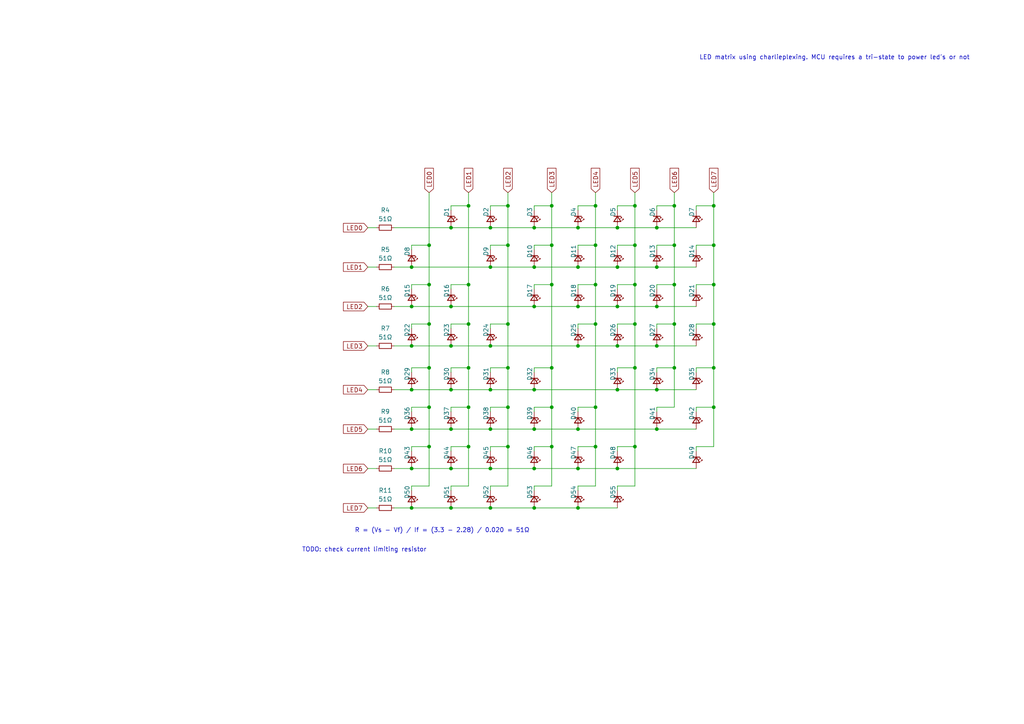
<source format=kicad_sch>
(kicad_sch (version 20231120) (generator "eeschema") (generator_version "8.0")
  (paper "A4")
  (title_block (title "VIRM-STM32") (date "2024-03-24") (rev "1.0") (company "Martijn Casteel"))
  (lib_symbols
    (symbol "Device:LED_Small" (pin_numbers hide) (pin_names (offset 0.254) hide)
      (property "Reference" "D" (at -1.27 3.175 0))
      (property "Value" "LED_Small" (at -4.445 -2.54 0))
      (symbol "LED_Small_0_1"
        (polyline (pts (xy -0.762 -1.016) (xy -0.762 1.016)) (stroke (width 0.254)))
        (polyline (pts (xy 1.016 0) (xy -0.762 0)))
        (polyline (pts (xy 0.762 -1.016) (xy -0.762 0) (xy 0.762 1.016) (xy 0.762 -1.016)) (stroke (width 0.254)))
        (polyline (pts (xy 0 0.762) (xy -0.508 1.27) (xy -0.254 1.27) (xy -0.508 1.27) (xy -0.508 1.016)))
        (polyline (pts (xy 0.508 1.27) (xy 0 1.778) (xy 0.254 1.778) (xy 0 1.778) (xy 0 1.524)))
      )
      (symbol "LED_Small_1_1"
        (pin passive line (at -2.54 0 0) (length 1.778) (name "K") (number "1"))
        (pin passive line (at 2.54 0 180) (length 1.778) (name "A") (number "2"))
      )
    )
    (symbol "Device:R_Small" (pin_numbers hide) (pin_names (offset 0.254) hide)
      (property "Reference" "R" (at 0.762 0.508 0))
      (property "Value" "R_Small" (at 0.762 -1.016 0))
      (symbol "R_Small_0_1"
        (rectangle (start -0.762 1.778) (end 0.762 -1.778) (stroke (width 0.2032)))
      )
      (symbol "R_Small_1_1"
        (pin passive line (at 0 2.54 270) (length 0.762) (name "~") (number "1"))
        (pin passive line (at 0 -2.54 90) (length 0.762) (name "~") (number "2"))
      )
    )
  )
  (junction (at 172.72 129.54))
  (junction (at 207.01 93.98))
  (junction (at 184.15 129.54))
  (junction (at 154.94 147.32))
  (junction (at 124.46 71.12))
  (junction (at 130.81 124.46))
  (junction (at 160.02 82.55))
  (junction (at 124.46 106.68))
  (junction (at 147.32 59.69))
  (junction (at 130.81 100.33))
  (junction (at 119.38 135.89))
  (junction (at 167.64 135.89))
  (junction (at 147.32 129.54))
  (junction (at 119.38 113.03))
  (junction (at 124.46 82.55))
  (junction (at 167.64 66.04))
  (junction (at 154.94 66.04))
  (junction (at 142.24 124.46))
  (junction (at 124.46 129.54))
  (junction (at 119.38 100.33))
  (junction (at 179.07 66.04))
  (junction (at 142.24 77.47))
  (junction (at 147.32 71.12))
  (junction (at 172.72 71.12))
  (junction (at 154.94 113.03))
  (junction (at 130.81 135.89))
  (junction (at 184.15 82.55))
  (junction (at 172.72 118.11))
  (junction (at 135.89 106.68))
  (junction (at 130.81 147.32))
  (junction (at 172.72 93.98))
  (junction (at 135.89 93.98))
  (junction (at 195.58 82.55))
  (junction (at 167.64 100.33))
  (junction (at 160.02 71.12))
  (junction (at 142.24 66.04))
  (junction (at 130.81 113.03))
  (junction (at 195.58 71.12))
  (junction (at 135.89 82.55))
  (junction (at 207.01 106.68))
  (junction (at 190.5 100.33))
  (junction (at 167.64 88.9))
  (junction (at 119.38 147.32))
  (junction (at 124.46 93.98))
  (junction (at 160.02 59.69))
  (junction (at 135.89 129.54))
  (junction (at 160.02 129.54))
  (junction (at 124.46 118.11))
  (junction (at 119.38 88.9))
  (junction (at 167.64 124.46))
  (junction (at 184.15 59.69))
  (junction (at 130.81 66.04))
  (junction (at 184.15 93.98))
  (junction (at 184.15 71.12))
  (junction (at 135.89 59.69))
  (junction (at 154.94 124.46))
  (junction (at 142.24 147.32))
  (junction (at 172.72 82.55))
  (junction (at 207.01 59.69))
  (junction (at 147.32 118.11))
  (junction (at 142.24 135.89))
  (junction (at 179.07 113.03))
  (junction (at 119.38 124.46))
  (junction (at 207.01 82.55))
  (junction (at 147.32 106.68))
  (junction (at 190.5 88.9))
  (junction (at 207.01 118.11))
  (junction (at 142.24 100.33))
  (junction (at 160.02 106.68))
  (junction (at 179.07 100.33))
  (junction (at 179.07 88.9))
  (junction (at 154.94 77.47))
  (junction (at 119.38 77.47))
  (junction (at 154.94 88.9))
  (junction (at 184.15 106.68))
  (junction (at 190.5 113.03))
  (junction (at 160.02 118.11))
  (junction (at 172.72 59.69))
  (junction (at 195.58 93.98))
  (junction (at 147.32 93.98))
  (junction (at 190.5 124.46))
  (junction (at 130.81 88.9))
  (junction (at 135.89 118.11))
  (junction (at 167.64 77.47))
  (junction (at 195.58 106.68))
  (junction (at 207.01 71.12))
  (junction (at 154.94 135.89))
  (junction (at 190.5 66.04))
  (junction (at 179.07 77.47))
  (junction (at 195.58 59.69))
  (junction (at 179.07 135.89))
  (junction (at 142.24 113.03))
  (junction (at 190.5 77.47))
  (junction (at 167.64 147.32))
  (wire (pts (xy 154.94 118.11) (xy 160.02 118.11)))
  (wire (pts (xy 154.94 88.9) (xy 167.64 88.9)))
  (wire (pts (xy 167.64 71.12) (xy 172.72 71.12)))
  (wire (pts (xy 142.24 135.89) (xy 154.94 135.89)))
  (wire (pts (xy 190.5 95.25) (xy 190.5 93.98)))
  (wire (pts (xy 190.5 60.96) (xy 190.5 59.69)))
  (wire (pts (xy 179.07 72.39) (xy 179.07 71.12)))
  (wire (pts (xy 167.64 66.04) (xy 179.07 66.04)))
  (wire (pts (xy 160.02 59.69) (xy 160.02 71.12)))
  (wire (pts (xy 201.93 72.39) (xy 201.93 71.12)))
  (wire (pts (xy 195.58 59.69) (xy 195.58 71.12)))
  (wire (pts (xy 167.64 88.9) (xy 179.07 88.9)))
  (wire (pts (xy 167.64 93.98) (xy 172.72 93.98)))
  (wire (pts (xy 201.93 60.96) (xy 201.93 59.69)))
  (wire (pts (xy 142.24 140.97) (xy 147.32 140.97)))
  (wire (pts (xy 190.5 82.55) (xy 195.58 82.55)))
  (wire (pts (xy 142.24 66.04) (xy 154.94 66.04)))
  (wire (pts (xy 106.68 113.03) (xy 109.22 113.03)))
  (wire (pts (xy 124.46 106.68) (xy 124.46 118.11)))
  (wire (pts (xy 179.07 88.9) (xy 190.5 88.9)))
  (wire (pts (xy 130.81 142.24) (xy 130.81 140.97)))
  (wire (pts (xy 195.58 71.12) (xy 195.58 82.55)))
  (wire (pts (xy 207.01 93.98) (xy 207.01 106.68)))
  (wire (pts (xy 167.64 147.32) (xy 179.07 147.32)))
  (wire (pts (xy 172.72 129.54) (xy 172.72 140.97)))
  (wire (pts (xy 142.24 72.39) (xy 142.24 71.12)))
  (wire (pts (xy 119.38 142.24) (xy 119.38 140.97)))
  (wire (pts (xy 119.38 119.38) (xy 119.38 118.11)))
  (wire (pts (xy 124.46 55.88) (xy 124.46 71.12)))
  (wire (pts (xy 106.68 88.9) (xy 109.22 88.9)))
  (wire (pts (xy 167.64 142.24) (xy 167.64 140.97)))
  (wire (pts (xy 184.15 82.55) (xy 184.15 93.98)))
  (wire (pts (xy 172.72 93.98) (xy 172.72 118.11)))
  (wire (pts (xy 154.94 72.39) (xy 154.94 71.12)))
  (wire (pts (xy 142.24 142.24) (xy 142.24 140.97)))
  (wire (pts (xy 130.81 82.55) (xy 135.89 82.55)))
  (wire (pts (xy 142.24 124.46) (xy 154.94 124.46)))
  (wire (pts (xy 195.58 93.98) (xy 195.58 106.68)))
  (wire (pts (xy 142.24 130.81) (xy 142.24 129.54)))
  (wire (pts (xy 167.64 72.39) (xy 167.64 71.12)))
  (wire (pts (xy 142.24 100.33) (xy 167.64 100.33)))
  (wire (pts (xy 201.93 107.95) (xy 201.93 106.68)))
  (wire (pts (xy 130.81 124.46) (xy 142.24 124.46)))
  (wire (pts (xy 130.81 147.32) (xy 142.24 147.32)))
  (wire (pts (xy 190.5 113.03) (xy 201.93 113.03)))
  (wire (pts (xy 167.64 60.96) (xy 167.64 59.69)))
  (wire (pts (xy 190.5 59.69) (xy 195.58 59.69)))
  (wire (pts (xy 147.32 106.68) (xy 147.32 118.11)))
  (wire (pts (xy 201.93 106.68) (xy 207.01 106.68)))
  (wire (pts (xy 130.81 106.68) (xy 135.89 106.68)))
  (wire (pts (xy 106.68 100.33) (xy 109.22 100.33)))
  (wire (pts (xy 114.3 100.33) (xy 119.38 100.33)))
  (wire (pts (xy 119.38 106.68) (xy 124.46 106.68)))
  (wire (pts (xy 160.02 106.68) (xy 160.02 118.11)))
  (wire (pts (xy 172.72 71.12) (xy 172.72 82.55)))
  (wire (pts (xy 130.81 59.69) (xy 135.89 59.69)))
  (wire (pts (xy 119.38 72.39) (xy 119.38 71.12)))
  (wire (pts (xy 119.38 107.95) (xy 119.38 106.68)))
  (wire (pts (xy 201.93 129.54) (xy 207.01 129.54)))
  (wire (pts (xy 154.94 83.82) (xy 154.94 82.55)))
  (wire (pts (xy 179.07 60.96) (xy 179.07 59.69)))
  (wire (pts (xy 195.58 82.55) (xy 195.58 93.98)))
  (wire (pts (xy 142.24 119.38) (xy 142.24 118.11)))
  (wire (pts (xy 142.24 118.11) (xy 147.32 118.11)))
  (wire (pts (xy 114.3 66.04) (xy 130.81 66.04)))
  (wire (pts (xy 119.38 93.98) (xy 124.46 93.98)))
  (wire (pts (xy 154.94 59.69) (xy 160.02 59.69)))
  (wire (pts (xy 172.72 82.55) (xy 172.72 93.98)))
  (wire (pts (xy 119.38 77.47) (xy 142.24 77.47)))
  (wire (pts (xy 190.5 88.9) (xy 201.93 88.9)))
  (wire (pts (xy 167.64 135.89) (xy 179.07 135.89)))
  (wire (pts (xy 154.94 142.24) (xy 154.94 140.97)))
  (wire (pts (xy 154.94 147.32) (xy 167.64 147.32)))
  (wire (pts (xy 179.07 93.98) (xy 184.15 93.98)))
  (wire (pts (xy 207.01 118.11) (xy 207.01 129.54)))
  (wire (pts (xy 154.94 135.89) (xy 167.64 135.89)))
  (wire (pts (xy 119.38 83.82) (xy 119.38 82.55)))
  (wire (pts (xy 130.81 95.25) (xy 130.81 93.98)))
  (wire (pts (xy 106.68 147.32) (xy 109.22 147.32)))
  (wire (pts (xy 154.94 107.95) (xy 154.94 106.68)))
  (wire (pts (xy 119.38 147.32) (xy 130.81 147.32)))
  (wire (pts (xy 201.93 118.11) (xy 207.01 118.11)))
  (wire (pts (xy 190.5 93.98) (xy 195.58 93.98)))
  (wire (pts (xy 119.38 71.12) (xy 124.46 71.12)))
  (wire (pts (xy 201.93 119.38) (xy 201.93 118.11)))
  (wire (pts (xy 147.32 129.54) (xy 147.32 140.97)))
  (wire (pts (xy 147.32 71.12) (xy 147.32 93.98)))
  (wire (pts (xy 106.68 66.04) (xy 109.22 66.04)))
  (wire (pts (xy 167.64 124.46) (xy 190.5 124.46)))
  (wire (pts (xy 130.81 83.82) (xy 130.81 82.55)))
  (wire (pts (xy 142.24 60.96) (xy 142.24 59.69)))
  (wire (pts (xy 160.02 71.12) (xy 160.02 82.55)))
  (wire (pts (xy 106.68 135.89) (xy 109.22 135.89)))
  (wire (pts (xy 154.94 124.46) (xy 167.64 124.46)))
  (wire (pts (xy 201.93 130.81) (xy 201.93 129.54)))
  (wire (pts (xy 207.01 59.69) (xy 207.01 71.12)))
  (wire (pts (xy 184.15 129.54) (xy 184.15 140.97)))
  (wire (pts (xy 207.01 71.12) (xy 207.01 82.55)))
  (wire (pts (xy 154.94 113.03) (xy 179.07 113.03)))
  (wire (pts (xy 130.81 135.89) (xy 142.24 135.89)))
  (wire (pts (xy 167.64 59.69) (xy 172.72 59.69)))
  (wire (pts (xy 142.24 107.95) (xy 142.24 106.68)))
  (wire (pts (xy 167.64 100.33) (xy 179.07 100.33)))
  (wire (pts (xy 184.15 106.68) (xy 184.15 129.54)))
  (wire (pts (xy 142.24 95.25) (xy 142.24 93.98)))
  (wire (pts (xy 130.81 140.97) (xy 135.89 140.97)))
  (wire (pts (xy 142.24 147.32) (xy 154.94 147.32)))
  (wire (pts (xy 135.89 59.69) (xy 135.89 82.55)))
  (wire (pts (xy 154.94 60.96) (xy 154.94 59.69)))
  (wire (pts (xy 207.01 106.68) (xy 207.01 118.11)))
  (wire (pts (xy 119.38 124.46) (xy 130.81 124.46)))
  (wire (pts (xy 119.38 95.25) (xy 119.38 93.98)))
  (wire (pts (xy 142.24 59.69) (xy 147.32 59.69)))
  (wire (pts (xy 154.94 129.54) (xy 160.02 129.54)))
  (wire (pts (xy 179.07 83.82) (xy 179.07 82.55)))
  (wire (pts (xy 201.93 83.82) (xy 201.93 82.55)))
  (wire (pts (xy 114.3 113.03) (xy 119.38 113.03)))
  (wire (pts (xy 179.07 107.95) (xy 179.07 106.68)))
  (wire (pts (xy 190.5 77.47) (xy 201.93 77.47)))
  (wire (pts (xy 195.58 55.88) (xy 195.58 59.69)))
  (wire (pts (xy 179.07 77.47) (xy 190.5 77.47)))
  (wire (pts (xy 167.64 95.25) (xy 167.64 93.98)))
  (wire (pts (xy 201.93 82.55) (xy 207.01 82.55)))
  (wire (pts (xy 201.93 93.98) (xy 207.01 93.98)))
  (wire (pts (xy 135.89 106.68) (xy 135.89 118.11)))
  (wire (pts (xy 190.5 71.12) (xy 195.58 71.12)))
  (wire (pts (xy 119.38 135.89) (xy 130.81 135.89)))
  (wire (pts (xy 167.64 130.81) (xy 167.64 129.54)))
  (wire (pts (xy 179.07 113.03) (xy 190.5 113.03)))
  (wire (pts (xy 179.07 135.89) (xy 201.93 135.89)))
  (wire (pts (xy 130.81 129.54) (xy 135.89 129.54)))
  (wire (pts (xy 154.94 71.12) (xy 160.02 71.12)))
  (wire (pts (xy 172.72 59.69) (xy 172.72 71.12)))
  (wire (pts (xy 119.38 118.11) (xy 124.46 118.11)))
  (wire (pts (xy 172.72 118.11) (xy 172.72 129.54)))
  (wire (pts (xy 201.93 59.69) (xy 207.01 59.69)))
  (wire (pts (xy 179.07 66.04) (xy 190.5 66.04)))
  (wire (pts (xy 130.81 118.11) (xy 135.89 118.11)))
  (wire (pts (xy 135.89 93.98) (xy 135.89 106.68)))
  (wire (pts (xy 147.32 93.98) (xy 147.32 106.68)))
  (wire (pts (xy 167.64 129.54) (xy 172.72 129.54)))
  (wire (pts (xy 167.64 119.38) (xy 167.64 118.11)))
  (wire (pts (xy 184.15 55.88) (xy 184.15 59.69)))
  (wire (pts (xy 119.38 129.54) (xy 124.46 129.54)))
  (wire (pts (xy 190.5 72.39) (xy 190.5 71.12)))
  (wire (pts (xy 154.94 119.38) (xy 154.94 118.11)))
  (wire (pts (xy 124.46 93.98) (xy 124.46 106.68)))
  (wire (pts (xy 190.5 119.38) (xy 190.5 118.11)))
  (wire (pts (xy 167.64 77.47) (xy 179.07 77.47)))
  (wire (pts (xy 130.81 93.98) (xy 135.89 93.98)))
  (wire (pts (xy 106.68 124.46) (xy 109.22 124.46)))
  (wire (pts (xy 207.01 82.55) (xy 207.01 93.98)))
  (wire (pts (xy 190.5 107.95) (xy 190.5 106.68)))
  (wire (pts (xy 142.24 71.12) (xy 147.32 71.12)))
  (wire (pts (xy 147.32 59.69) (xy 147.32 71.12)))
  (wire (pts (xy 114.3 88.9) (xy 119.38 88.9)))
  (wire (pts (xy 147.32 55.88) (xy 147.32 59.69)))
  (wire (pts (xy 190.5 100.33) (xy 201.93 100.33)))
  (wire (pts (xy 154.94 82.55) (xy 160.02 82.55)))
  (wire (pts (xy 130.81 66.04) (xy 142.24 66.04)))
  (wire (pts (xy 130.81 107.95) (xy 130.81 106.68)))
  (wire (pts (xy 130.81 100.33) (xy 142.24 100.33)))
  (wire (pts (xy 119.38 100.33) (xy 130.81 100.33)))
  (wire (pts (xy 119.38 82.55) (xy 124.46 82.55)))
  (wire (pts (xy 154.94 140.97) (xy 160.02 140.97)))
  (wire (pts (xy 106.68 77.47) (xy 109.22 77.47)))
  (wire (pts (xy 190.5 118.11) (xy 195.58 118.11)))
  (wire (pts (xy 207.01 55.88) (xy 207.01 59.69)))
  (wire (pts (xy 167.64 83.82) (xy 167.64 82.55)))
  (wire (pts (xy 154.94 130.81) (xy 154.94 129.54)))
  (wire (pts (xy 142.24 129.54) (xy 147.32 129.54)))
  (wire (pts (xy 179.07 59.69) (xy 184.15 59.69)))
  (wire (pts (xy 167.64 82.55) (xy 172.72 82.55)))
  (wire (pts (xy 124.46 82.55) (xy 124.46 93.98)))
  (wire (pts (xy 154.94 77.47) (xy 167.64 77.47)))
  (wire (pts (xy 114.3 77.47) (xy 119.38 77.47)))
  (wire (pts (xy 201.93 95.25) (xy 201.93 93.98)))
  (wire (pts (xy 135.89 129.54) (xy 135.89 140.97)))
  (wire (pts (xy 179.07 142.24) (xy 179.07 140.97)))
  (wire (pts (xy 119.38 140.97) (xy 124.46 140.97)))
  (wire (pts (xy 114.3 124.46) (xy 119.38 124.46)))
  (wire (pts (xy 154.94 106.68) (xy 160.02 106.68)))
  (wire (pts (xy 160.02 82.55) (xy 160.02 106.68)))
  (wire (pts (xy 124.46 71.12) (xy 124.46 82.55)))
  (wire (pts (xy 124.46 118.11) (xy 124.46 129.54)))
  (wire (pts (xy 195.58 106.68) (xy 195.58 118.11)))
  (wire (pts (xy 190.5 66.04) (xy 201.93 66.04)))
  (wire (pts (xy 154.94 66.04) (xy 167.64 66.04)))
  (wire (pts (xy 179.07 100.33) (xy 190.5 100.33)))
  (wire (pts (xy 124.46 129.54) (xy 124.46 140.97)))
  (wire (pts (xy 160.02 118.11) (xy 160.02 129.54)))
  (wire (pts (xy 135.89 82.55) (xy 135.89 93.98)))
  (wire (pts (xy 135.89 55.88) (xy 135.89 59.69)))
  (wire (pts (xy 114.3 147.32) (xy 119.38 147.32)))
  (wire (pts (xy 179.07 71.12) (xy 184.15 71.12)))
  (wire (pts (xy 179.07 106.68) (xy 184.15 106.68)))
  (wire (pts (xy 119.38 113.03) (xy 130.81 113.03)))
  (wire (pts (xy 130.81 60.96) (xy 130.81 59.69)))
  (wire (pts (xy 114.3 135.89) (xy 119.38 135.89)))
  (wire (pts (xy 184.15 71.12) (xy 184.15 82.55)))
  (wire (pts (xy 130.81 130.81) (xy 130.81 129.54)))
  (wire (pts (xy 184.15 59.69) (xy 184.15 71.12)))
  (wire (pts (xy 179.07 82.55) (xy 184.15 82.55)))
  (wire (pts (xy 160.02 55.88) (xy 160.02 59.69)))
  (wire (pts (xy 201.93 71.12) (xy 207.01 71.12)))
  (wire (pts (xy 167.64 140.97) (xy 172.72 140.97)))
  (wire (pts (xy 142.24 106.68) (xy 147.32 106.68)))
  (wire (pts (xy 160.02 129.54) (xy 160.02 140.97)))
  (wire (pts (xy 130.81 88.9) (xy 154.94 88.9)))
  (wire (pts (xy 190.5 83.82) (xy 190.5 82.55)))
  (wire (pts (xy 142.24 113.03) (xy 154.94 113.03)))
  (wire (pts (xy 172.72 55.88) (xy 172.72 59.69)))
  (wire (pts (xy 190.5 106.68) (xy 195.58 106.68)))
  (wire (pts (xy 142.24 77.47) (xy 154.94 77.47)))
  (wire (pts (xy 142.24 93.98) (xy 147.32 93.98)))
  (wire (pts (xy 179.07 130.81) (xy 179.07 129.54)))
  (wire (pts (xy 147.32 118.11) (xy 147.32 129.54)))
  (wire (pts (xy 119.38 130.81) (xy 119.38 129.54)))
  (wire (pts (xy 130.81 113.03) (xy 142.24 113.03)))
  (wire (pts (xy 130.81 119.38) (xy 130.81 118.11)))
  (wire (pts (xy 167.64 118.11) (xy 172.72 118.11)))
  (wire (pts (xy 119.38 88.9) (xy 130.81 88.9)))
  (wire (pts (xy 190.5 124.46) (xy 201.93 124.46)))
  (wire (pts (xy 184.15 93.98) (xy 184.15 106.68)))
  (wire (pts (xy 179.07 129.54) (xy 184.15 129.54)))
  (wire (pts (xy 179.07 140.97) (xy 184.15 140.97)))
  (wire (pts (xy 179.07 95.25) (xy 179.07 93.98)))
  (wire (pts (xy 135.89 118.11) (xy 135.89 129.54)))
  (text "R = (Vs - Vf) / If = (3.3 - 2.28) / 0.020 = 51Ω" (at 102.87 153.924 0) (effects (font (size 1.27 1.27)) (justify left)))
  (text "LED matrix using charlieplexing. MCU requires a tri-state to power led's or not" (at 242.062 16.764 0) (effects (font (size 1.27 1.27))))
  (text "TODO: check current limiting resistor" (at 105.664 159.512 0) (effects (font (size 1.27 1.27))))
  (global_label "LED0" (shape input) (at 124.46 55.88 90) (property "Intersheetrefs" "${INTERSHEET_REFS}" (effects (hide yes))))
  (global_label "LED3" (shape input) (at 106.68 100.33 180) (property "Intersheetrefs" "${INTERSHEET_REFS}" (effects (hide yes))))
  (global_label "LED1" (shape input) (at 135.89 55.88 90) (property "Intersheetrefs" "${INTERSHEET_REFS}" (effects (hide yes))))
  (global_label "LED6" (shape input) (at 106.68 135.89 180) (property "Intersheetrefs" "${INTERSHEET_REFS}" (effects (hide yes))))
  (global_label "LED5" (shape input) (at 184.15 55.88 90) (property "Intersheetrefs" "${INTERSHEET_REFS}" (effects (hide yes))))
  (global_label "LED3" (shape input) (at 160.02 55.88 90) (property "Intersheetrefs" "${INTERSHEET_REFS}" (effects (hide yes))))
  (global_label "LED4" (shape input) (at 106.68 113.03 180) (property "Intersheetrefs" "${INTERSHEET_REFS}" (effects (hide yes))))
  (global_label "LED1" (shape input) (at 106.68 77.47 180) (property "Intersheetrefs" "${INTERSHEET_REFS}" (effects (hide yes))))
  (global_label "LED2" (shape input) (at 106.68 88.9 180) (property "Intersheetrefs" "${INTERSHEET_REFS}" (effects (hide yes))))
  (global_label "LED7" (shape input) (at 106.68 147.32 180) (property "Intersheetrefs" "${INTERSHEET_REFS}" (effects (hide yes))))
  (global_label "LED5" (shape input) (at 106.68 124.46 180) (property "Intersheetrefs" "${INTERSHEET_REFS}" (effects (hide yes))))
  (global_label "LED2" (shape input) (at 147.32 55.88 90) (property "Intersheetrefs" "${INTERSHEET_REFS}" (effects (hide yes))))
  (global_label "LED4" (shape input) (at 172.72 55.88 90) (property "Intersheetrefs" "${INTERSHEET_REFS}" (effects (hide yes))))
  (global_label "LED6" (shape input) (at 195.58 55.88 90) (property "Intersheetrefs" "${INTERSHEET_REFS}" (effects (hide yes))))
  (global_label "LED7" (shape input) (at 207.01 55.88 90) (property "Intersheetrefs" "${INTERSHEET_REFS}" (effects (hide yes))))
  (global_label "LED0" (shape input) (at 106.68 66.04 180) (property "Intersheetrefs" "${INTERSHEET_REFS}" (effects (hide yes))))
  (symbol (lib_id "Device:LED_Small") (at 119.38 121.92 270) (unit 1)
    (property "Reference" "D36" (at 118.11 119.888 0))
    (property "Value" "LED_Small" (effects (hide yes)))
    (property "Footprint" "LED_SMD:LED_0805_2012Metric" (effects (hide yes)))
    (property "Datasheet" "https://wmsc.lcsc.com/wmsc/upload/file/pdf/v2/lcsc/2304140030_Foshan-NationStar-Optoelectronics-NCD0805R1_C84256.pdf" (effects (hide yes)))
    (property "Description" "Light emitting diode, small symbol" (effects (hide yes)))
    (property "lcsc" "C84256" (effects (hide yes)))
  )
  (symbol (lib_id "Device:LED_Small") (at 179.07 133.35 270) (unit 1)
    (property "Reference" "D48" (at 177.8 131.318 0))
    (property "Value" "LED_Small" (effects (hide yes)))
    (property "Footprint" "LED_SMD:LED_0805_2012Metric" (effects (hide yes)))
    (property "Datasheet" "https://wmsc.lcsc.com/wmsc/upload/file/pdf/v2/lcsc/2304140030_Foshan-NationStar-Optoelectronics-NCD0805R1_C84256.pdf" (effects (hide yes)))
    (property "Description" "Light emitting diode, small symbol" (effects (hide yes)))
    (property "lcsc" "C84256" (effects (hide yes)))
  )
  (symbol (lib_id "Device:LED_Small") (at 179.07 144.78 270) (unit 1)
    (property "Reference" "D55" (at 177.8 142.748 0))
    (property "Value" "LED_Small" (effects (hide yes)))
    (property "Footprint" "LED_SMD:LED_0805_2012Metric" (effects (hide yes)))
    (property "Datasheet" "https://wmsc.lcsc.com/wmsc/upload/file/pdf/v2/lcsc/2304140030_Foshan-NationStar-Optoelectronics-NCD0805R1_C84256.pdf" (effects (hide yes)))
    (property "Description" "Light emitting diode, small symbol" (effects (hide yes)))
    (property "lcsc" "C84256" (effects (hide yes)))
  )
  (symbol (lib_id "Device:LED_Small") (at 154.94 86.36 270) (unit 1)
    (property "Reference" "D17" (at 153.67 84.328 0))
    (property "Value" "LED_Small" (effects (hide yes)))
    (property "Footprint" "LED_SMD:LED_0805_2012Metric" (effects (hide yes)))
    (property "Datasheet" "https://wmsc.lcsc.com/wmsc/upload/file/pdf/v2/lcsc/2304140030_Foshan-NationStar-Optoelectronics-NCD0805R1_C84256.pdf" (effects (hide yes)))
    (property "Description" "Light emitting diode, small symbol" (effects (hide yes)))
    (property "lcsc" "C84256" (effects (hide yes)))
  )
  (symbol (lib_id "Device:LED_Small") (at 119.38 133.35 270) (unit 1)
    (property "Reference" "D43" (at 118.11 131.318 0))
    (property "Value" "LED_Small" (effects (hide yes)))
    (property "Footprint" "LED_SMD:LED_0805_2012Metric" (effects (hide yes)))
    (property "Datasheet" "https://wmsc.lcsc.com/wmsc/upload/file/pdf/v2/lcsc/2304140030_Foshan-NationStar-Optoelectronics-NCD0805R1_C84256.pdf" (effects (hide yes)))
    (property "Description" "Light emitting diode, small symbol" (effects (hide yes)))
    (property "lcsc" "C84256" (effects (hide yes)))
  )
  (symbol (lib_id "Device:LED_Small") (at 142.24 110.49 270) (unit 1)
    (property "Reference" "D31" (at 140.97 108.458 0))
    (property "Value" "LED_Small" (effects (hide yes)))
    (property "Footprint" "LED_SMD:LED_0805_2012Metric" (effects (hide yes)))
    (property "Datasheet" "https://wmsc.lcsc.com/wmsc/upload/file/pdf/v2/lcsc/2304140030_Foshan-NationStar-Optoelectronics-NCD0805R1_C84256.pdf" (effects (hide yes)))
    (property "Description" "Light emitting diode, small symbol" (effects (hide yes)))
    (property "lcsc" "C84256" (effects (hide yes)))
  )
  (symbol (lib_id "Device:LED_Small") (at 190.5 74.93 270) (unit 1)
    (property "Reference" "D13" (at 189.23 72.898 0))
    (property "Value" "LED_Small" (effects (hide yes)))
    (property "Footprint" "LED_SMD:LED_0805_2012Metric" (effects (hide yes)))
    (property "Datasheet" "https://wmsc.lcsc.com/wmsc/upload/file/pdf/v2/lcsc/2304140030_Foshan-NationStar-Optoelectronics-NCD0805R1_C84256.pdf" (effects (hide yes)))
    (property "Description" "Light emitting diode, small symbol" (effects (hide yes)))
    (property "lcsc" "C84256" (effects (hide yes)))
  )
  (symbol (lib_id "Device:LED_Small") (at 154.94 121.92 270) (unit 1)
    (property "Reference" "D39" (at 153.67 119.888 0))
    (property "Value" "LED_Small" (effects (hide yes)))
    (property "Footprint" "LED_SMD:LED_0805_2012Metric" (effects (hide yes)))
    (property "Datasheet" "https://wmsc.lcsc.com/wmsc/upload/file/pdf/v2/lcsc/2304140030_Foshan-NationStar-Optoelectronics-NCD0805R1_C84256.pdf" (effects (hide yes)))
    (property "Description" "Light emitting diode, small symbol" (effects (hide yes)))
    (property "lcsc" "C84256" (effects (hide yes)))
  )
  (symbol (lib_id "Device:LED_Small") (at 119.38 74.93 270) (unit 1)
    (property "Reference" "D8" (at 118.11 72.898 0))
    (property "Value" "LED_Small" (effects (hide yes)))
    (property "Footprint" "LED_SMD:LED_0805_2012Metric" (effects (hide yes)))
    (property "Datasheet" "https://wmsc.lcsc.com/wmsc/upload/file/pdf/v2/lcsc/2304140030_Foshan-NationStar-Optoelectronics-NCD0805R1_C84256.pdf" (effects (hide yes)))
    (property "Description" "Light emitting diode, small symbol" (effects (hide yes)))
    (property "lcsc" "C84256" (effects (hide yes)))
  )
  (symbol (lib_id "Device:LED_Small") (at 201.93 110.49 270) (unit 1)
    (property "Reference" "D35" (at 200.66 108.458 0))
    (property "Value" "LED_Small" (effects (hide yes)))
    (property "Footprint" "LED_SMD:LED_0805_2012Metric" (effects (hide yes)))
    (property "Datasheet" "https://wmsc.lcsc.com/wmsc/upload/file/pdf/v2/lcsc/2304140030_Foshan-NationStar-Optoelectronics-NCD0805R1_C84256.pdf" (effects (hide yes)))
    (property "Description" "Light emitting diode, small symbol" (effects (hide yes)))
    (property "lcsc" "C84256" (effects (hide yes)))
  )
  (symbol (lib_id "Device:LED_Small") (at 201.93 74.93 270) (unit 1)
    (property "Reference" "D14" (at 200.66 72.898 0))
    (property "Value" "LED_Small" (effects (hide yes)))
    (property "Footprint" "LED_SMD:LED_0805_2012Metric" (effects (hide yes)))
    (property "Datasheet" "https://wmsc.lcsc.com/wmsc/upload/file/pdf/v2/lcsc/2304140030_Foshan-NationStar-Optoelectronics-NCD0805R1_C84256.pdf" (effects (hide yes)))
    (property "Description" "Light emitting diode, small symbol" (effects (hide yes)))
    (property "lcsc" "C84256" (effects (hide yes)))
  )
  (symbol (lib_id "Device:LED_Small") (at 190.5 110.49 270) (unit 1)
    (property "Reference" "D34" (at 189.23 108.458 0))
    (property "Value" "LED_Small" (effects (hide yes)))
    (property "Footprint" "LED_SMD:LED_0805_2012Metric" (effects (hide yes)))
    (property "Datasheet" "https://wmsc.lcsc.com/wmsc/upload/file/pdf/v2/lcsc/2304140030_Foshan-NationStar-Optoelectronics-NCD0805R1_C84256.pdf" (effects (hide yes)))
    (property "Description" "Light emitting diode, small symbol" (effects (hide yes)))
    (property "lcsc" "C84256" (effects (hide yes)))
  )
  (symbol (lib_id "Device:LED_Small") (at 154.94 63.5 270) (unit 1)
    (property "Reference" "D3" (at 153.67 61.468 0))
    (property "Value" "LED_Small" (effects (hide yes)))
    (property "Footprint" "LED_SMD:LED_0805_2012Metric" (effects (hide yes)))
    (property "Datasheet" "https://wmsc.lcsc.com/wmsc/upload/file/pdf/v2/lcsc/2304140030_Foshan-NationStar-Optoelectronics-NCD0805R1_C84256.pdf" (effects (hide yes)))
    (property "Description" "Light emitting diode, small symbol" (effects (hide yes)))
    (property "lcsc" "C84256" (effects (hide yes)))
  )
  (symbol (lib_id "Device:LED_Small") (at 167.64 63.5 270) (unit 1)
    (property "Reference" "D4" (at 166.37 61.468 0))
    (property "Value" "LED_Small" (effects (hide yes)))
    (property "Footprint" "LED_SMD:LED_0805_2012Metric" (effects (hide yes)))
    (property "Datasheet" "https://wmsc.lcsc.com/wmsc/upload/file/pdf/v2/lcsc/2304140030_Foshan-NationStar-Optoelectronics-NCD0805R1_C84256.pdf" (effects (hide yes)))
    (property "Description" "Light emitting diode, small symbol" (effects (hide yes)))
    (property "lcsc" "C84256" (effects (hide yes)))
  )
  (symbol (lib_id "Device:R_Small") (at 111.76 147.32 90) (unit 1)
    (property "Reference" "R11" (at 111.76 142.24 90))
    (property "Value" "51Ω" (at 111.76 144.78 90))
    (property "Footprint" "Resistor_SMD:R_0603_1608Metric" (effects (hide yes)))
    (property "Datasheet" "https://jlcpcb.com/partdetail/23924-0603WAF510JT5E/C23197" (effects (hide yes)))
    (property "Description" "Resistor, small symbol" (effects (hide yes)))
    (property "lcsc" "C23197" (effects (hide yes)))
  )
  (symbol (lib_id "Device:LED_Small") (at 142.24 144.78 270) (unit 1)
    (property "Reference" "D52" (at 140.97 142.748 0))
    (property "Value" "LED_Small" (effects (hide yes)))
    (property "Footprint" "LED_SMD:LED_0805_2012Metric" (effects (hide yes)))
    (property "Datasheet" "https://wmsc.lcsc.com/wmsc/upload/file/pdf/v2/lcsc/2304140030_Foshan-NationStar-Optoelectronics-NCD0805R1_C84256.pdf" (effects (hide yes)))
    (property "Description" "Light emitting diode, small symbol" (effects (hide yes)))
    (property "lcsc" "C84256" (effects (hide yes)))
  )
  (symbol (lib_id "Device:LED_Small") (at 179.07 110.49 270) (unit 1)
    (property "Reference" "D33" (at 177.8 108.458 0))
    (property "Value" "LED_Small" (effects (hide yes)))
    (property "Footprint" "LED_SMD:LED_0805_2012Metric" (effects (hide yes)))
    (property "Datasheet" "https://wmsc.lcsc.com/wmsc/upload/file/pdf/v2/lcsc/2304140030_Foshan-NationStar-Optoelectronics-NCD0805R1_C84256.pdf" (effects (hide yes)))
    (property "Description" "Light emitting diode, small symbol" (effects (hide yes)))
    (property "lcsc" "C84256" (effects (hide yes)))
  )
  (symbol (lib_id "Device:LED_Small") (at 142.24 97.79 270) (unit 1)
    (property "Reference" "D24" (at 140.97 95.758 0))
    (property "Value" "LED_Small" (effects (hide yes)))
    (property "Footprint" "LED_SMD:LED_0805_2012Metric" (effects (hide yes)))
    (property "Datasheet" "https://wmsc.lcsc.com/wmsc/upload/file/pdf/v2/lcsc/2304140030_Foshan-NationStar-Optoelectronics-NCD0805R1_C84256.pdf" (effects (hide yes)))
    (property "Description" "Light emitting diode, small symbol" (effects (hide yes)))
    (property "lcsc" "C84256" (effects (hide yes)))
  )
  (symbol (lib_id "Device:LED_Small") (at 130.81 110.49 270) (unit 1)
    (property "Reference" "D30" (at 129.54 108.458 0))
    (property "Value" "LED_Small" (effects (hide yes)))
    (property "Footprint" "LED_SMD:LED_0805_2012Metric" (effects (hide yes)))
    (property "Datasheet" "https://wmsc.lcsc.com/wmsc/upload/file/pdf/v2/lcsc/2304140030_Foshan-NationStar-Optoelectronics-NCD0805R1_C84256.pdf" (effects (hide yes)))
    (property "Description" "Light emitting diode, small symbol" (effects (hide yes)))
    (property "lcsc" "C84256" (effects (hide yes)))
  )
  (symbol (lib_id "Device:R_Small") (at 111.76 100.33 90) (unit 1)
    (property "Reference" "R7" (at 111.76 95.25 90))
    (property "Value" "51Ω" (at 111.76 97.79 90))
    (property "Footprint" "Resistor_SMD:R_0603_1608Metric" (effects (hide yes)))
    (property "Datasheet" "https://jlcpcb.com/partdetail/23924-0603WAF510JT5E/C23197" (effects (hide yes)))
    (property "Description" "Resistor, small symbol" (effects (hide yes)))
    (property "lcsc" "C23197" (effects (hide yes)))
  )
  (symbol (lib_id "Device:R_Small") (at 111.76 135.89 90) (unit 1)
    (property "Reference" "R10" (at 111.76 130.81 90))
    (property "Value" "51Ω" (at 111.76 133.35 90))
    (property "Footprint" "Resistor_SMD:R_0603_1608Metric" (effects (hide yes)))
    (property "Datasheet" "https://jlcpcb.com/partdetail/23924-0603WAF510JT5E/C23197" (effects (hide yes)))
    (property "Description" "Resistor, small symbol" (effects (hide yes)))
    (property "lcsc" "C23197" (effects (hide yes)))
  )
  (symbol (lib_id "Device:LED_Small") (at 179.07 63.5 270) (unit 1)
    (property "Reference" "D5" (at 177.8 61.468 0))
    (property "Value" "LED_Small" (effects (hide yes)))
    (property "Footprint" "LED_SMD:LED_0805_2012Metric" (effects (hide yes)))
    (property "Datasheet" "https://wmsc.lcsc.com/wmsc/upload/file/pdf/v2/lcsc/2304140030_Foshan-NationStar-Optoelectronics-NCD0805R1_C84256.pdf" (effects (hide yes)))
    (property "Description" "Light emitting diode, small symbol" (effects (hide yes)))
    (property "lcsc" "C84256" (effects (hide yes)))
  )
  (symbol (lib_id "Device:LED_Small") (at 130.81 97.79 270) (unit 1)
    (property "Reference" "D23" (at 129.54 95.758 0))
    (property "Value" "LED_Small" (effects (hide yes)))
    (property "Footprint" "LED_SMD:LED_0805_2012Metric" (effects (hide yes)))
    (property "Datasheet" "https://wmsc.lcsc.com/wmsc/upload/file/pdf/v2/lcsc/2304140030_Foshan-NationStar-Optoelectronics-NCD0805R1_C84256.pdf" (effects (hide yes)))
    (property "Description" "Light emitting diode, small symbol" (effects (hide yes)))
    (property "lcsc" "C84256" (effects (hide yes)))
  )
  (symbol (lib_id "Device:LED_Small") (at 167.64 144.78 270) (unit 1)
    (property "Reference" "D54" (at 166.37 142.748 0))
    (property "Value" "LED_Small" (effects (hide yes)))
    (property "Footprint" "LED_SMD:LED_0805_2012Metric" (effects (hide yes)))
    (property "Datasheet" "https://wmsc.lcsc.com/wmsc/upload/file/pdf/v2/lcsc/2304140030_Foshan-NationStar-Optoelectronics-NCD0805R1_C84256.pdf" (effects (hide yes)))
    (property "Description" "Light emitting diode, small symbol" (effects (hide yes)))
    (property "lcsc" "C84256" (effects (hide yes)))
  )
  (symbol (lib_id "Device:R_Small") (at 111.76 124.46 90) (unit 1)
    (property "Reference" "R9" (at 111.76 119.38 90))
    (property "Value" "51Ω" (at 111.76 121.92 90))
    (property "Footprint" "Resistor_SMD:R_0603_1608Metric" (effects (hide yes)))
    (property "Datasheet" "https://jlcpcb.com/partdetail/23924-0603WAF510JT5E/C23197" (effects (hide yes)))
    (property "Description" "Resistor, small symbol" (effects (hide yes)))
    (property "lcsc" "C23197" (effects (hide yes)))
  )
  (symbol (lib_id "Device:LED_Small") (at 179.07 86.36 270) (unit 1)
    (property "Reference" "D19" (at 177.8 84.328 0))
    (property "Value" "LED_Small" (effects (hide yes)))
    (property "Footprint" "LED_SMD:LED_0805_2012Metric" (effects (hide yes)))
    (property "Datasheet" "https://wmsc.lcsc.com/wmsc/upload/file/pdf/v2/lcsc/2304140030_Foshan-NationStar-Optoelectronics-NCD0805R1_C84256.pdf" (effects (hide yes)))
    (property "Description" "Light emitting diode, small symbol" (effects (hide yes)))
    (property "lcsc" "C84256" (effects (hide yes)))
  )
  (symbol (lib_id "Device:LED_Small") (at 201.93 121.92 270) (unit 1)
    (property "Reference" "D42" (at 200.66 119.888 0))
    (property "Value" "LED_Small" (effects (hide yes)))
    (property "Footprint" "LED_SMD:LED_0805_2012Metric" (effects (hide yes)))
    (property "Datasheet" "https://wmsc.lcsc.com/wmsc/upload/file/pdf/v2/lcsc/2304140030_Foshan-NationStar-Optoelectronics-NCD0805R1_C84256.pdf" (effects (hide yes)))
    (property "Description" "Light emitting diode, small symbol" (effects (hide yes)))
    (property "lcsc" "C84256" (effects (hide yes)))
  )
  (symbol (lib_id "Device:LED_Small") (at 119.38 86.36 270) (unit 1)
    (property "Reference" "D15" (at 118.11 84.328 0))
    (property "Value" "LED_Small" (effects (hide yes)))
    (property "Footprint" "LED_SMD:LED_0805_2012Metric" (effects (hide yes)))
    (property "Datasheet" "https://wmsc.lcsc.com/wmsc/upload/file/pdf/v2/lcsc/2304140030_Foshan-NationStar-Optoelectronics-NCD0805R1_C84256.pdf" (effects (hide yes)))
    (property "Description" "Light emitting diode, small symbol" (effects (hide yes)))
    (property "lcsc" "C84256" (effects (hide yes)))
  )
  (symbol (lib_id "Device:LED_Small") (at 119.38 144.78 270) (unit 1)
    (property "Reference" "D50" (at 118.11 142.748 0))
    (property "Value" "LED_Small" (effects (hide yes)))
    (property "Footprint" "LED_SMD:LED_0805_2012Metric" (effects (hide yes)))
    (property "Datasheet" "https://wmsc.lcsc.com/wmsc/upload/file/pdf/v2/lcsc/2304140030_Foshan-NationStar-Optoelectronics-NCD0805R1_C84256.pdf" (effects (hide yes)))
    (property "Description" "Light emitting diode, small symbol" (effects (hide yes)))
    (property "lcsc" "C84256" (effects (hide yes)))
  )
  (symbol (lib_id "Device:LED_Small") (at 142.24 121.92 270) (unit 1)
    (property "Reference" "D38" (at 140.97 119.888 0))
    (property "Value" "LED_Small" (effects (hide yes)))
    (property "Footprint" "LED_SMD:LED_0805_2012Metric" (effects (hide yes)))
    (property "Datasheet" "https://wmsc.lcsc.com/wmsc/upload/file/pdf/v2/lcsc/2304140030_Foshan-NationStar-Optoelectronics-NCD0805R1_C84256.pdf" (effects (hide yes)))
    (property "Description" "Light emitting diode, small symbol" (effects (hide yes)))
    (property "lcsc" "C84256" (effects (hide yes)))
  )
  (symbol (lib_id "Device:LED_Small") (at 167.64 86.36 270) (unit 1)
    (property "Reference" "D18" (at 166.37 84.328 0))
    (property "Value" "LED_Small" (effects (hide yes)))
    (property "Footprint" "LED_SMD:LED_0805_2012Metric" (effects (hide yes)))
    (property "Datasheet" "https://wmsc.lcsc.com/wmsc/upload/file/pdf/v2/lcsc/2304140030_Foshan-NationStar-Optoelectronics-NCD0805R1_C84256.pdf" (effects (hide yes)))
    (property "Description" "Light emitting diode, small symbol" (effects (hide yes)))
    (property "lcsc" "C84256" (effects (hide yes)))
  )
  (symbol (lib_id "Device:LED_Small") (at 154.94 133.35 270) (unit 1)
    (property "Reference" "D46" (at 153.67 131.318 0))
    (property "Value" "LED_Small" (effects (hide yes)))
    (property "Footprint" "LED_SMD:LED_0805_2012Metric" (effects (hide yes)))
    (property "Datasheet" "https://wmsc.lcsc.com/wmsc/upload/file/pdf/v2/lcsc/2304140030_Foshan-NationStar-Optoelectronics-NCD0805R1_C84256.pdf" (effects (hide yes)))
    (property "Description" "Light emitting diode, small symbol" (effects (hide yes)))
    (property "lcsc" "C84256" (effects (hide yes)))
  )
  (symbol (lib_id "Device:LED_Small") (at 179.07 74.93 270) (unit 1)
    (property "Reference" "D12" (at 177.8 72.898 0))
    (property "Value" "LED_Small" (effects (hide yes)))
    (property "Footprint" "LED_SMD:LED_0805_2012Metric" (effects (hide yes)))
    (property "Datasheet" "https://wmsc.lcsc.com/wmsc/upload/file/pdf/v2/lcsc/2304140030_Foshan-NationStar-Optoelectronics-NCD0805R1_C84256.pdf" (effects (hide yes)))
    (property "Description" "Light emitting diode, small symbol" (effects (hide yes)))
    (property "lcsc" "C84256" (effects (hide yes)))
  )
  (symbol (lib_id "Device:LED_Small") (at 179.07 97.79 270) (unit 1)
    (property "Reference" "D26" (at 177.8 95.758 0))
    (property "Value" "LED_Small" (effects (hide yes)))
    (property "Footprint" "LED_SMD:LED_0805_2012Metric" (effects (hide yes)))
    (property "Datasheet" "https://wmsc.lcsc.com/wmsc/upload/file/pdf/v2/lcsc/2304140030_Foshan-NationStar-Optoelectronics-NCD0805R1_C84256.pdf" (effects (hide yes)))
    (property "Description" "Light emitting diode, small symbol" (effects (hide yes)))
    (property "lcsc" "C84256" (effects (hide yes)))
  )
  (symbol (lib_id "Device:R_Small") (at 111.76 77.47 90) (unit 1)
    (property "Reference" "R5" (at 111.76 72.39 90))
    (property "Value" "51Ω" (at 111.76 74.93 90))
    (property "Footprint" "Resistor_SMD:R_0603_1608Metric" (effects (hide yes)))
    (property "Datasheet" "https://jlcpcb.com/partdetail/23924-0603WAF510JT5E/C23197" (effects (hide yes)))
    (property "Description" "Resistor, small symbol" (effects (hide yes)))
    (property "lcsc" "C23197" (effects (hide yes)))
  )
  (symbol (lib_id "Device:LED_Small") (at 201.93 97.79 270) (unit 1)
    (property "Reference" "D28" (at 200.66 95.758 0))
    (property "Value" "LED_Small" (effects (hide yes)))
    (property "Footprint" "LED_SMD:LED_0805_2012Metric" (effects (hide yes)))
    (property "Datasheet" "https://wmsc.lcsc.com/wmsc/upload/file/pdf/v2/lcsc/2304140030_Foshan-NationStar-Optoelectronics-NCD0805R1_C84256.pdf" (effects (hide yes)))
    (property "Description" "Light emitting diode, small symbol" (effects (hide yes)))
    (property "lcsc" "C84256" (effects (hide yes)))
  )
  (symbol (lib_id "Device:LED_Small") (at 142.24 74.93 270) (unit 1)
    (property "Reference" "D9" (at 140.97 72.898 0))
    (property "Value" "LED_Small" (effects (hide yes)))
    (property "Footprint" "LED_SMD:LED_0805_2012Metric" (effects (hide yes)))
    (property "Datasheet" "https://wmsc.lcsc.com/wmsc/upload/file/pdf/v2/lcsc/2304140030_Foshan-NationStar-Optoelectronics-NCD0805R1_C84256.pdf" (effects (hide yes)))
    (property "Description" "Light emitting diode, small symbol" (effects (hide yes)))
    (property "lcsc" "C84256" (effects (hide yes)))
  )
  (symbol (lib_id "Device:LED_Small") (at 130.81 121.92 270) (unit 1)
    (property "Reference" "D37" (at 129.54 119.888 0))
    (property "Value" "LED_Small" (effects (hide yes)))
    (property "Footprint" "LED_SMD:LED_0805_2012Metric" (effects (hide yes)))
    (property "Datasheet" "https://wmsc.lcsc.com/wmsc/upload/file/pdf/v2/lcsc/2304140030_Foshan-NationStar-Optoelectronics-NCD0805R1_C84256.pdf" (effects (hide yes)))
    (property "Description" "Light emitting diode, small symbol" (effects (hide yes)))
    (property "lcsc" "C84256" (effects (hide yes)))
  )
  (symbol (lib_id "Device:LED_Small") (at 154.94 74.93 270) (unit 1)
    (property "Reference" "D10" (at 153.67 72.898 0))
    (property "Value" "LED_Small" (effects (hide yes)))
    (property "Footprint" "LED_SMD:LED_0805_2012Metric" (effects (hide yes)))
    (property "Datasheet" "https://wmsc.lcsc.com/wmsc/upload/file/pdf/v2/lcsc/2304140030_Foshan-NationStar-Optoelectronics-NCD0805R1_C84256.pdf" (effects (hide yes)))
    (property "Description" "Light emitting diode, small symbol" (effects (hide yes)))
    (property "lcsc" "C84256" (effects (hide yes)))
  )
  (symbol (lib_id "Device:R_Small") (at 111.76 66.04 90) (unit 1)
    (property "Reference" "R4" (at 111.76 60.96 90))
    (property "Value" "51Ω" (at 111.76 63.5 90))
    (property "Footprint" "Resistor_SMD:R_0603_1608Metric" (effects (hide yes)))
    (property "Datasheet" "https://jlcpcb.com/partdetail/23924-0603WAF510JT5E/C23197" (effects (hide yes)))
    (property "Description" "Resistor, small symbol" (effects (hide yes)))
    (property "lcsc" "C23197" (effects (hide yes)))
  )
  (symbol (lib_id "Device:LED_Small") (at 190.5 121.92 270) (unit 1)
    (property "Reference" "D41" (at 189.23 119.888 0))
    (property "Value" "LED_Small" (effects (hide yes)))
    (property "Footprint" "LED_SMD:LED_0805_2012Metric" (effects (hide yes)))
    (property "Datasheet" "https://wmsc.lcsc.com/wmsc/upload/file/pdf/v2/lcsc/2304140030_Foshan-NationStar-Optoelectronics-NCD0805R1_C84256.pdf" (effects (hide yes)))
    (property "Description" "Light emitting diode, small symbol" (effects (hide yes)))
    (property "lcsc" "C84256" (effects (hide yes)))
  )
  (symbol (lib_id "Device:LED_Small") (at 190.5 63.5 270) (unit 1)
    (property "Reference" "D6" (at 189.23 61.468 0))
    (property "Value" "LED_Small" (effects (hide yes)))
    (property "Footprint" "LED_SMD:LED_0805_2012Metric" (effects (hide yes)))
    (property "Datasheet" "https://wmsc.lcsc.com/wmsc/upload/file/pdf/v2/lcsc/2304140030_Foshan-NationStar-Optoelectronics-NCD0805R1_C84256.pdf" (effects (hide yes)))
    (property "Description" "Light emitting diode, small symbol" (effects (hide yes)))
    (property "lcsc" "C84256" (effects (hide yes)))
  )
  (symbol (lib_id "Device:LED_Small") (at 154.94 110.49 270) (unit 1)
    (property "Reference" "D32" (at 153.67 108.458 0))
    (property "Value" "LED_Small" (effects (hide yes)))
    (property "Footprint" "LED_SMD:LED_0805_2012Metric" (effects (hide yes)))
    (property "Datasheet" "https://wmsc.lcsc.com/wmsc/upload/file/pdf/v2/lcsc/2304140030_Foshan-NationStar-Optoelectronics-NCD0805R1_C84256.pdf" (effects (hide yes)))
    (property "Description" "Light emitting diode, small symbol" (effects (hide yes)))
    (property "lcsc" "C84256" (effects (hide yes)))
  )
  (symbol (lib_id "Device:LED_Small") (at 190.5 97.79 270) (unit 1)
    (property "Reference" "D27" (at 189.23 95.758 0))
    (property "Value" "LED_Small" (effects (hide yes)))
    (property "Footprint" "LED_SMD:LED_0805_2012Metric" (effects (hide yes)))
    (property "Datasheet" "https://wmsc.lcsc.com/wmsc/upload/file/pdf/v2/lcsc/2304140030_Foshan-NationStar-Optoelectronics-NCD0805R1_C84256.pdf" (effects (hide yes)))
    (property "Description" "Light emitting diode, small symbol" (effects (hide yes)))
    (property "lcsc" "C84256" (effects (hide yes)))
  )
  (symbol (lib_id "Device:LED_Small") (at 190.5 86.36 270) (unit 1)
    (property "Reference" "D20" (at 189.23 84.328 0))
    (property "Value" "LED_Small" (effects (hide yes)))
    (property "Footprint" "LED_SMD:LED_0805_2012Metric" (effects (hide yes)))
    (property "Datasheet" "https://wmsc.lcsc.com/wmsc/upload/file/pdf/v2/lcsc/2304140030_Foshan-NationStar-Optoelectronics-NCD0805R1_C84256.pdf" (effects (hide yes)))
    (property "Description" "Light emitting diode, small symbol" (effects (hide yes)))
    (property "lcsc" "C84256" (effects (hide yes)))
  )
  (symbol (lib_id "Device:LED_Small") (at 154.94 144.78 270) (unit 1)
    (property "Reference" "D53" (at 153.67 142.748 0))
    (property "Value" "LED_Small" (effects (hide yes)))
    (property "Footprint" "LED_SMD:LED_0805_2012Metric" (effects (hide yes)))
    (property "Datasheet" "https://wmsc.lcsc.com/wmsc/upload/file/pdf/v2/lcsc/2304140030_Foshan-NationStar-Optoelectronics-NCD0805R1_C84256.pdf" (effects (hide yes)))
    (property "Description" "Light emitting diode, small symbol" (effects (hide yes)))
    (property "lcsc" "C84256" (effects (hide yes)))
  )
  (symbol (lib_id "Device:LED_Small") (at 130.81 63.5 270) (unit 1)
    (property "Reference" "D1" (at 129.54 61.468 0))
    (property "Value" "LED_Small" (effects (hide yes)))
    (property "Footprint" "LED_SMD:LED_0805_2012Metric" (effects (hide yes)))
    (property "Datasheet" "https://wmsc.lcsc.com/wmsc/upload/file/pdf/v2/lcsc/2304140030_Foshan-NationStar-Optoelectronics-NCD0805R1_C84256.pdf" (effects (hide yes)))
    (property "Description" "Light emitting diode, small symbol" (effects (hide yes)))
    (property "lcsc" "C84256" (effects (hide yes)))
  )
  (symbol (lib_id "Device:LED_Small") (at 142.24 63.5 270) (unit 1)
    (property "Reference" "D2" (at 140.97 61.468 0))
    (property "Value" "LED_Small" (effects (hide yes)))
    (property "Footprint" "LED_SMD:LED_0805_2012Metric" (effects (hide yes)))
    (property "Datasheet" "https://wmsc.lcsc.com/wmsc/upload/file/pdf/v2/lcsc/2304140030_Foshan-NationStar-Optoelectronics-NCD0805R1_C84256.pdf" (effects (hide yes)))
    (property "Description" "Light emitting diode, small symbol" (effects (hide yes)))
    (property "lcsc" "C84256" (effects (hide yes)))
  )
  (symbol (lib_id "Device:LED_Small") (at 167.64 133.35 270) (unit 1)
    (property "Reference" "D47" (at 166.37 131.318 0))
    (property "Value" "LED_Small" (effects (hide yes)))
    (property "Footprint" "LED_SMD:LED_0805_2012Metric" (effects (hide yes)))
    (property "Datasheet" "https://wmsc.lcsc.com/wmsc/upload/file/pdf/v2/lcsc/2304140030_Foshan-NationStar-Optoelectronics-NCD0805R1_C84256.pdf" (effects (hide yes)))
    (property "Description" "Light emitting diode, small symbol" (effects (hide yes)))
    (property "lcsc" "C84256" (effects (hide yes)))
  )
  (symbol (lib_id "Device:R_Small") (at 111.76 88.9 90) (unit 1)
    (property "Reference" "R6" (at 111.76 83.82 90))
    (property "Value" "51Ω" (at 111.76 86.36 90))
    (property "Footprint" "Resistor_SMD:R_0603_1608Metric" (effects (hide yes)))
    (property "Datasheet" "https://jlcpcb.com/partdetail/23924-0603WAF510JT5E/C23197" (effects (hide yes)))
    (property "Description" "Resistor, small symbol" (effects (hide yes)))
    (property "lcsc" "C23197" (effects (hide yes)))
  )
  (symbol (lib_id "Device:LED_Small") (at 119.38 110.49 270) (unit 1)
    (property "Reference" "D29" (at 118.11 108.458 0))
    (property "Value" "LED_Small" (effects (hide yes)))
    (property "Footprint" "LED_SMD:LED_0805_2012Metric" (effects (hide yes)))
    (property "Datasheet" "https://wmsc.lcsc.com/wmsc/upload/file/pdf/v2/lcsc/2304140030_Foshan-NationStar-Optoelectronics-NCD0805R1_C84256.pdf" (effects (hide yes)))
    (property "Description" "Light emitting diode, small symbol" (effects (hide yes)))
    (property "lcsc" "C84256" (effects (hide yes)))
  )
  (symbol (lib_id "Device:LED_Small") (at 201.93 133.35 270) (unit 1)
    (property "Reference" "D49" (at 200.66 131.318 0))
    (property "Value" "LED_Small" (effects (hide yes)))
    (property "Footprint" "LED_SMD:LED_0805_2012Metric" (effects (hide yes)))
    (property "Datasheet" "https://wmsc.lcsc.com/wmsc/upload/file/pdf/v2/lcsc/2304140030_Foshan-NationStar-Optoelectronics-NCD0805R1_C84256.pdf" (effects (hide yes)))
    (property "Description" "Light emitting diode, small symbol" (effects (hide yes)))
    (property "lcsc" "C84256" (effects (hide yes)))
  )
  (symbol (lib_id "Device:LED_Small") (at 167.64 121.92 270) (unit 1)
    (property "Reference" "D40" (at 166.37 119.888 0))
    (property "Value" "LED_Small" (effects (hide yes)))
    (property "Footprint" "LED_SMD:LED_0805_2012Metric" (effects (hide yes)))
    (property "Datasheet" "https://wmsc.lcsc.com/wmsc/upload/file/pdf/v2/lcsc/2304140030_Foshan-NationStar-Optoelectronics-NCD0805R1_C84256.pdf" (effects (hide yes)))
    (property "Description" "Light emitting diode, small symbol" (effects (hide yes)))
    (property "lcsc" "C84256" (effects (hide yes)))
  )
  (symbol (lib_id "Device:LED_Small") (at 167.64 97.79 270) (unit 1)
    (property "Reference" "D25" (at 166.37 95.758 0))
    (property "Value" "LED_Small" (effects (hide yes)))
    (property "Footprint" "LED_SMD:LED_0805_2012Metric" (effects (hide yes)))
    (property "Datasheet" "https://wmsc.lcsc.com/wmsc/upload/file/pdf/v2/lcsc/2304140030_Foshan-NationStar-Optoelectronics-NCD0805R1_C84256.pdf" (effects (hide yes)))
    (property "Description" "Light emitting diode, small symbol" (effects (hide yes)))
    (property "lcsc" "C84256" (effects (hide yes)))
  )
  (symbol (lib_id "Device:LED_Small") (at 142.24 133.35 270) (unit 1)
    (property "Reference" "D45" (at 140.97 131.318 0))
    (property "Value" "LED_Small" (effects (hide yes)))
    (property "Footprint" "LED_SMD:LED_0805_2012Metric" (effects (hide yes)))
    (property "Datasheet" "https://wmsc.lcsc.com/wmsc/upload/file/pdf/v2/lcsc/2304140030_Foshan-NationStar-Optoelectronics-NCD0805R1_C84256.pdf" (effects (hide yes)))
    (property "Description" "Light emitting diode, small symbol" (effects (hide yes)))
    (property "lcsc" "C84256" (effects (hide yes)))
  )
  (symbol (lib_id "Device:LED_Small") (at 130.81 133.35 270) (unit 1)
    (property "Reference" "D44" (at 129.54 131.318 0))
    (property "Value" "LED_Small" (effects (hide yes)))
    (property "Footprint" "LED_SMD:LED_0805_2012Metric" (effects (hide yes)))
    (property "Datasheet" "https://wmsc.lcsc.com/wmsc/upload/file/pdf/v2/lcsc/2304140030_Foshan-NationStar-Optoelectronics-NCD0805R1_C84256.pdf" (effects (hide yes)))
    (property "Description" "Light emitting diode, small symbol" (effects (hide yes)))
    (property "lcsc" "C84256" (effects (hide yes)))
  )
  (symbol (lib_id "Device:LED_Small") (at 130.81 86.36 270) (unit 1)
    (property "Reference" "D16" (at 129.54 84.328 0))
    (property "Value" "LED_Small" (effects (hide yes)))
    (property "Footprint" "LED_SMD:LED_0805_2012Metric" (effects (hide yes)))
    (property "Datasheet" "https://wmsc.lcsc.com/wmsc/upload/file/pdf/v2/lcsc/2304140030_Foshan-NationStar-Optoelectronics-NCD0805R1_C84256.pdf" (effects (hide yes)))
    (property "Description" "Light emitting diode, small symbol" (effects (hide yes)))
    (property "lcsc" "C84256" (effects (hide yes)))
  )
  (symbol (lib_id "Device:LED_Small") (at 167.64 74.93 270) (unit 1)
    (property "Reference" "D11" (at 166.37 72.898 0))
    (property "Value" "LED_Small" (effects (hide yes)))
    (property "Footprint" "LED_SMD:LED_0805_2012Metric" (effects (hide yes)))
    (property "Datasheet" "https://wmsc.lcsc.com/wmsc/upload/file/pdf/v2/lcsc/2304140030_Foshan-NationStar-Optoelectronics-NCD0805R1_C84256.pdf" (effects (hide yes)))
    (property "Description" "Light emitting diode, small symbol" (effects (hide yes)))
    (property "lcsc" "C84256" (effects (hide yes)))
  )
  (symbol (lib_id "Device:LED_Small") (at 201.93 86.36 270) (unit 1)
    (property "Reference" "D21" (at 200.66 84.328 0))
    (property "Value" "LED_Small" (effects (hide yes)))
    (property "Footprint" "LED_SMD:LED_0805_2012Metric" (effects (hide yes)))
    (property "Datasheet" "https://wmsc.lcsc.com/wmsc/upload/file/pdf/v2/lcsc/2304140030_Foshan-NationStar-Optoelectronics-NCD0805R1_C84256.pdf" (effects (hide yes)))
    (property "Description" "Light emitting diode, small symbol" (effects (hide yes)))
    (property "lcsc" "C84256" (effects (hide yes)))
  )
  (symbol (lib_id "Device:LED_Small") (at 119.38 97.79 270) (unit 1)
    (property "Reference" "D22" (at 118.11 95.758 0))
    (property "Value" "LED_Small" (effects (hide yes)))
    (property "Footprint" "LED_SMD:LED_0805_2012Metric" (effects (hide yes)))
    (property "Datasheet" "https://wmsc.lcsc.com/wmsc/upload/file/pdf/v2/lcsc/2304140030_Foshan-NationStar-Optoelectronics-NCD0805R1_C84256.pdf" (effects (hide yes)))
    (property "Description" "Light emitting diode, small symbol" (effects (hide yes)))
    (property "lcsc" "C84256" (effects (hide yes)))
  )
  (symbol (lib_id "Device:LED_Small") (at 201.93 63.5 270) (unit 1)
    (property "Reference" "D7" (at 200.66 61.468 0))
    (property "Value" "LED_Small" (effects (hide yes)))
    (property "Footprint" "LED_SMD:LED_0805_2012Metric" (effects (hide yes)))
    (property "Datasheet" "https://wmsc.lcsc.com/wmsc/upload/file/pdf/v2/lcsc/2304140030_Foshan-NationStar-Optoelectronics-NCD0805R1_C84256.pdf" (effects (hide yes)))
    (property "Description" "Light emitting diode, small symbol" (effects (hide yes)))
    (property "lcsc" "C84256" (effects (hide yes)))
  )
  (symbol (lib_id "Device:LED_Small") (at 130.81 144.78 270) (unit 1)
    (property "Reference" "D51" (at 129.54 142.748 0))
    (property "Value" "LED_Small" (effects (hide yes)))
    (property "Footprint" "LED_SMD:LED_0805_2012Metric" (effects (hide yes)))
    (property "Datasheet" "https://wmsc.lcsc.com/wmsc/upload/file/pdf/v2/lcsc/2304140030_Foshan-NationStar-Optoelectronics-NCD0805R1_C84256.pdf" (effects (hide yes)))
    (property "Description" "Light emitting diode, small symbol" (effects (hide yes)))
    (property "lcsc" "C84256" (effects (hide yes)))
  )
  (symbol (lib_id "Device:R_Small") (at 111.76 113.03 90) (unit 1)
    (property "Reference" "R8" (at 111.76 107.95 90))
    (property "Value" "51Ω" (at 111.76 110.49 90))
    (property "Footprint" "Resistor_SMD:R_0603_1608Metric" (effects (hide yes)))
    (property "Datasheet" "https://jlcpcb.com/partdetail/23924-0603WAF510JT5E/C23197" (effects (hide yes)))
    (property "Description" "Resistor, small symbol" (effects (hide yes)))
    (property "lcsc" "C23197" (effects (hide yes)))
  )
)
</source>
